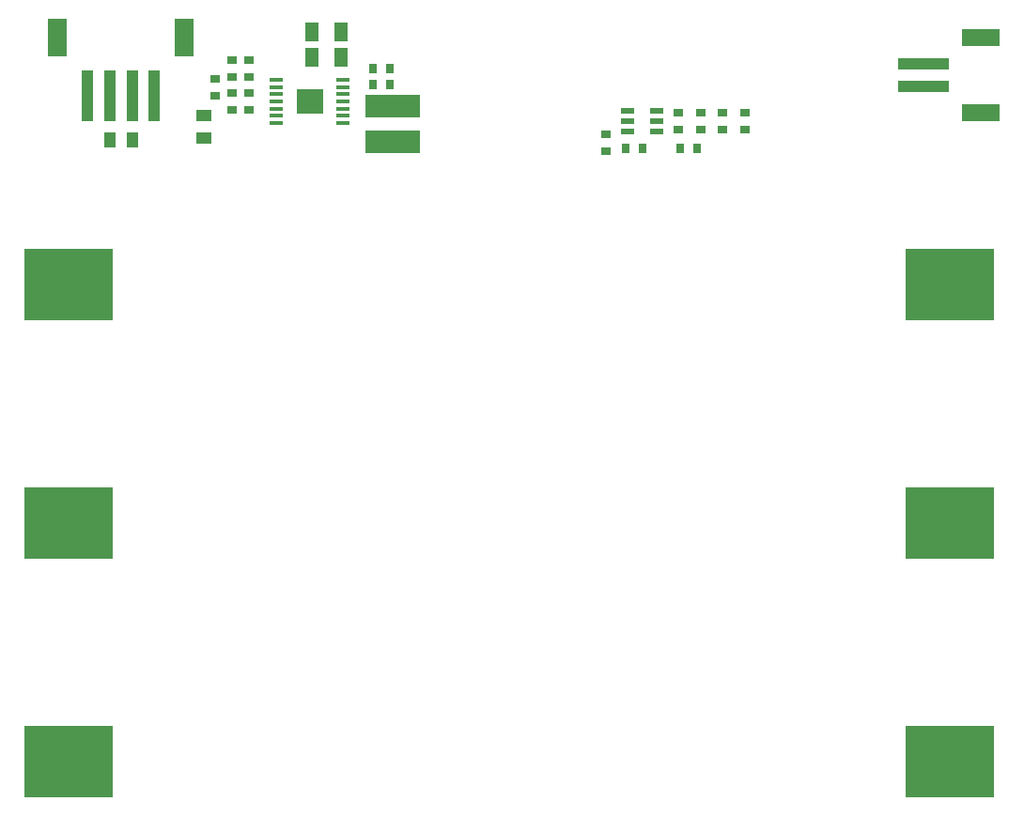
<source format=gbr>
%TF.GenerationSoftware,KiCad,Pcbnew,(6.0.2)*%
%TF.CreationDate,2022-05-05T15:15:48-07:00*%
%TF.ProjectId,Bat_Board_v3.104,4261745f-426f-4617-9264-5f76332e3130,rev?*%
%TF.SameCoordinates,Original*%
%TF.FileFunction,Paste,Top*%
%TF.FilePolarity,Positive*%
%FSLAX46Y46*%
G04 Gerber Fmt 4.6, Leading zero omitted, Abs format (unit mm)*
G04 Created by KiCad (PCBNEW (6.0.2)) date 2022-05-05 15:15:48*
%MOMM*%
%LPD*%
G01*
G04 APERTURE LIST*
%ADD10R,0.889000X0.762000*%
%ADD11R,1.270000X1.651000*%
%ADD12R,1.200000X0.400000*%
%ADD13R,2.450000X2.300000*%
%ADD14R,0.762000X0.889000*%
%ADD15R,1.397000X1.016000*%
%ADD16R,8.000000X6.500000*%
%ADD17R,1.000000X4.600000*%
%ADD18R,1.700000X3.400000*%
%ADD19R,1.016000X1.397000*%
%ADD20R,3.400001X1.600000*%
%ADD21R,4.600000X1.000000*%
%ADD22R,5.000000X2.000000*%
%ADD23R,1.200000X0.550000*%
G04 APERTURE END LIST*
D10*
%TO.C,C11*%
X116694000Y-68236400D03*
X116694000Y-66712400D03*
%TD*%
D11*
%TO.C,C1*%
X127989400Y-62474400D03*
X125398600Y-62474400D03*
%TD*%
D10*
%TO.C,C7*%
X160444000Y-69712400D03*
X160444000Y-71236400D03*
%TD*%
D12*
%TO.C,U3*%
X122194000Y-66774400D03*
X122194000Y-67424400D03*
X122194000Y-68074400D03*
X122194000Y-68724400D03*
X122194000Y-69374400D03*
X122194000Y-70024400D03*
X122194000Y-70674400D03*
X128194000Y-70674400D03*
X128194000Y-70024400D03*
X128194000Y-69374400D03*
X128194000Y-68724400D03*
X128194000Y-68074400D03*
X128194000Y-67424400D03*
X128194000Y-66774400D03*
D13*
X125194000Y-68724400D03*
%TD*%
D10*
%TO.C,R5*%
X162444000Y-71236400D03*
X162444000Y-69712400D03*
%TD*%
D14*
%TO.C,R6*%
X158557000Y-72974400D03*
X160081000Y-72974400D03*
%TD*%
%TO.C,C10*%
X155206000Y-72974400D03*
X153682000Y-72974400D03*
%TD*%
D10*
%TO.C,C8*%
X158444000Y-69712400D03*
X158444000Y-71236400D03*
%TD*%
D15*
%TO.C,C3*%
X115694000Y-71990400D03*
X115694000Y-69958400D03*
%TD*%
D10*
%TO.C,R2*%
X118194000Y-66486400D03*
X118194000Y-64962400D03*
%TD*%
D16*
%TO.C,BAT6*%
X103494000Y-128224400D03*
X182894000Y-128224400D03*
%TD*%
D14*
%TO.C,C5*%
X132456000Y-67224400D03*
X130932000Y-67224400D03*
%TD*%
D10*
%TO.C,C9*%
X164444000Y-69712400D03*
X164444000Y-71236400D03*
%TD*%
D11*
%TO.C,C2*%
X127989400Y-64724400D03*
X125398600Y-64724400D03*
%TD*%
D17*
%TO.C,CONN1*%
X105194000Y-68174400D03*
X107194000Y-68174400D03*
X109194000Y-68174400D03*
X111194000Y-68174400D03*
D18*
X102494000Y-62974400D03*
X113894000Y-62974400D03*
%TD*%
D10*
%TO.C,R3*%
X118194000Y-67962400D03*
X118194000Y-69486400D03*
%TD*%
D19*
%TO.C,C4*%
X109210000Y-72224400D03*
X107178000Y-72224400D03*
%TD*%
D20*
%TO.C,J3*%
X185690008Y-69730015D03*
X185690008Y-62930004D03*
D21*
X180490007Y-65330005D03*
X180490007Y-67330005D03*
%TD*%
D10*
%TO.C,C6*%
X119694000Y-67962400D03*
X119694000Y-69486400D03*
%TD*%
D16*
%TO.C,BAT4*%
X103494000Y-85224400D03*
X182894000Y-85224400D03*
%TD*%
D22*
%TO.C,L1*%
X132694000Y-69124400D03*
X132694000Y-72324400D03*
%TD*%
D14*
%TO.C,R4*%
X132456000Y-65724400D03*
X130932000Y-65724400D03*
%TD*%
D10*
%TO.C,R1*%
X119694000Y-64962400D03*
X119694000Y-66486400D03*
%TD*%
D16*
%TO.C,BAT5*%
X103494000Y-106724400D03*
X182894000Y-106724400D03*
%TD*%
D23*
%TO.C,U1*%
X153894000Y-69524400D03*
X153894000Y-70474400D03*
X153894000Y-71424400D03*
X156494000Y-71424400D03*
X156494000Y-70474400D03*
X156494000Y-69524400D03*
%TD*%
D10*
%TO.C,R7*%
X151944000Y-71712400D03*
X151944000Y-73236400D03*
%TD*%
M02*

</source>
